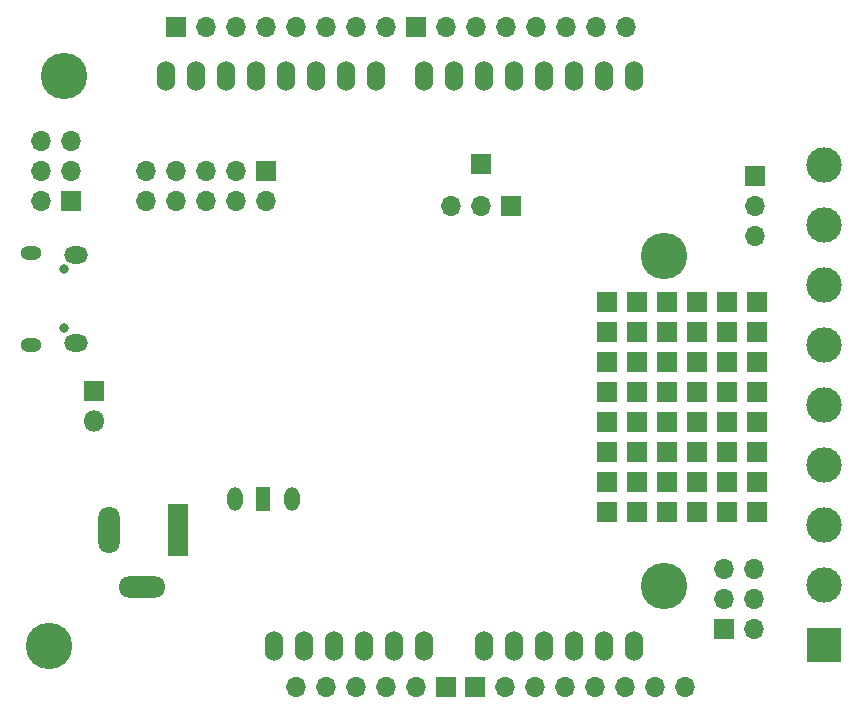
<source format=gbr>
%TF.GenerationSoftware,KiCad,Pcbnew,(5.1.7)-1*%
%TF.CreationDate,2020-10-28T17:30:24+01:00*%
%TF.ProjectId,Atmega_328_breakout,41746d65-6761-45f3-9332-385f62726561,rev?*%
%TF.SameCoordinates,Original*%
%TF.FileFunction,Soldermask,Bot*%
%TF.FilePolarity,Negative*%
%FSLAX46Y46*%
G04 Gerber Fmt 4.6, Leading zero omitted, Abs format (unit mm)*
G04 Created by KiCad (PCBNEW (5.1.7)-1) date 2020-10-28 17:30:24*
%MOMM*%
%LPD*%
G01*
G04 APERTURE LIST*
%ADD10C,3.937000*%
%ADD11O,1.524000X2.540000*%
%ADD12O,0.800000X0.800000*%
%ADD13O,1.800000X1.150000*%
%ADD14O,2.000000X1.450000*%
%ADD15O,1.700000X1.700000*%
%ADD16R,1.700000X1.700000*%
%ADD17R,1.800000X4.400000*%
%ADD18O,1.800000X4.000000*%
%ADD19O,4.000000X1.800000*%
%ADD20C,3.000000*%
%ADD21R,3.000000X3.000000*%
%ADD22O,1.300000X2.000000*%
%ADD23R,1.300000X2.000000*%
%ADD24O,1.800000X1.800000*%
%ADD25R,1.800000X1.800000*%
G04 APERTURE END LIST*
D10*
%TO.C,SHIELD1*%
X53170000Y-109700000D03*
X54440000Y-61440000D03*
X105240000Y-76680000D03*
X105240000Y-104620000D03*
D11*
X77300000Y-109700000D03*
X63076000Y-61440000D03*
X65616000Y-61440000D03*
X68156000Y-61440000D03*
X70696000Y-61440000D03*
X73236000Y-61440000D03*
X75776000Y-61440000D03*
X78316000Y-61440000D03*
X80856000Y-61440000D03*
X84920000Y-61440000D03*
X87460000Y-61440000D03*
X90000000Y-61440000D03*
X92540000Y-61440000D03*
X95080000Y-61440000D03*
X97620000Y-61440000D03*
X100160000Y-61440000D03*
X102700000Y-61440000D03*
X72220000Y-109700000D03*
X74760000Y-109700000D03*
X79840000Y-109700000D03*
X82380000Y-109700000D03*
X84920000Y-109700000D03*
X95080000Y-109700000D03*
X92540000Y-109700000D03*
X90000000Y-109700000D03*
X97620000Y-109700000D03*
X100160000Y-109700000D03*
X102700000Y-109700000D03*
%TD*%
D12*
%TO.C,J28*%
X54400000Y-82800000D03*
X54400000Y-77800000D03*
D13*
X51650000Y-84175000D03*
X51650000Y-76425000D03*
D14*
X55450000Y-84025000D03*
X55450000Y-76575000D03*
%TD*%
D15*
%TO.C,J20*%
X107030000Y-113150000D03*
X104490000Y-113150000D03*
X101950000Y-113150000D03*
X99410000Y-113150000D03*
X96870000Y-113150000D03*
X94330000Y-113150000D03*
X91790000Y-113150000D03*
D16*
X89250000Y-113150000D03*
%TD*%
D15*
%TO.C,J10*%
X112812000Y-103186000D03*
X110272000Y-103186000D03*
X112812000Y-105726000D03*
X110272000Y-105726000D03*
X112812000Y-108266000D03*
D16*
X110272000Y-108266000D03*
%TD*%
D15*
%TO.C,J22*%
X101981000Y-57277000D03*
X99441000Y-57277000D03*
X96901000Y-57277000D03*
X94361000Y-57277000D03*
X91821000Y-57277000D03*
X89281000Y-57277000D03*
X86741000Y-57277000D03*
D16*
X84201000Y-57277000D03*
%TD*%
D15*
%TO.C,J21*%
X81661000Y-57277000D03*
X79121000Y-57277000D03*
X76581000Y-57277000D03*
X74041000Y-57277000D03*
X71501000Y-57277000D03*
X68961000Y-57277000D03*
X66421000Y-57277000D03*
D16*
X63881000Y-57277000D03*
%TD*%
D15*
%TO.C,J19*%
X74041000Y-113157000D03*
X76581000Y-113157000D03*
X79121000Y-113157000D03*
X81661000Y-113157000D03*
X84201000Y-113157000D03*
D16*
X86741000Y-113157000D03*
%TD*%
%TO.C,J18*%
X113066000Y-98360000D03*
X110526000Y-98360000D03*
X107986000Y-98360000D03*
%TD*%
%TO.C,J17*%
X105446000Y-98360000D03*
X102906000Y-98360000D03*
X100366000Y-98360000D03*
%TD*%
%TO.C,J16*%
X113066000Y-95820000D03*
X110526000Y-95820000D03*
X107986000Y-95820000D03*
%TD*%
%TO.C,J15*%
X105446000Y-95820000D03*
X102906000Y-95820000D03*
X100366000Y-95820000D03*
%TD*%
%TO.C,J14*%
X113066000Y-93280000D03*
X110526000Y-93280000D03*
X107986000Y-93280000D03*
%TD*%
%TO.C,J13*%
X105446000Y-93280000D03*
X102906000Y-93280000D03*
X100366000Y-93280000D03*
%TD*%
%TO.C,J12*%
X113066000Y-90740000D03*
X110526000Y-90740000D03*
X107986000Y-90740000D03*
%TD*%
%TO.C,J11*%
X105446000Y-90740000D03*
X102906000Y-90740000D03*
X100366000Y-90740000D03*
%TD*%
%TO.C,J9*%
X105446000Y-88200000D03*
X102906000Y-88200000D03*
X100366000Y-88200000D03*
%TD*%
%TO.C,J8*%
X113066000Y-88200000D03*
X110526000Y-88200000D03*
X107986000Y-88200000D03*
%TD*%
%TO.C,J7*%
X105446000Y-85660000D03*
X102906000Y-85660000D03*
X100366000Y-85660000D03*
%TD*%
%TO.C,J6*%
X113066000Y-85660000D03*
X110526000Y-85660000D03*
X107986000Y-85660000D03*
%TD*%
%TO.C,J5*%
X105446000Y-83120000D03*
X102906000Y-83120000D03*
X100366000Y-83120000D03*
%TD*%
%TO.C,J4*%
X113066000Y-83120000D03*
X110526000Y-83120000D03*
X107986000Y-83120000D03*
%TD*%
%TO.C,J3*%
X105446000Y-80580000D03*
X102906000Y-80580000D03*
X100366000Y-80580000D03*
%TD*%
%TO.C,J2*%
X113066000Y-80580000D03*
X110526000Y-80580000D03*
X107986000Y-80580000D03*
%TD*%
D17*
%TO.C,J1*%
X64044000Y-99884000D03*
D18*
X58244000Y-99884000D03*
D19*
X61044000Y-104684000D03*
%TD*%
D20*
%TO.C,J27*%
X118745000Y-68961000D03*
X118745000Y-74041000D03*
X118745000Y-79121000D03*
X118745000Y-84201000D03*
X118745000Y-89281000D03*
X118745000Y-94361000D03*
D21*
X118745000Y-109601000D03*
D20*
X118745000Y-99441000D03*
X118745000Y-104521000D03*
%TD*%
D16*
%TO.C,J23*%
X89698000Y-68896000D03*
%TD*%
D22*
%TO.C,U2*%
X73700000Y-97250000D03*
D23*
X71300000Y-97250000D03*
D22*
X68900000Y-97250000D03*
%TD*%
D15*
%TO.C,J26*%
X61340000Y-72040000D03*
X61340000Y-69500000D03*
X63880000Y-72040000D03*
X63880000Y-69500000D03*
X66420000Y-72040000D03*
X66420000Y-69500000D03*
X68960000Y-72040000D03*
X68960000Y-69500000D03*
X71500000Y-72040000D03*
D16*
X71500000Y-69500000D03*
%TD*%
D15*
%TO.C,J25*%
X112900000Y-74980000D03*
X112900000Y-72440000D03*
D16*
X112900000Y-69900000D03*
%TD*%
D15*
%TO.C,J24*%
X87158000Y-72452000D03*
X89698000Y-72452000D03*
D16*
X92238000Y-72452000D03*
%TD*%
D15*
%TO.C,ISP1*%
X52510000Y-66970000D03*
X55050000Y-66970000D03*
X52510000Y-69510000D03*
X55050000Y-69510000D03*
X52510000Y-72050000D03*
D16*
X55050000Y-72050000D03*
%TD*%
D24*
%TO.C,D1*%
X57000000Y-90600000D03*
D25*
X57000000Y-88060000D03*
%TD*%
M02*

</source>
